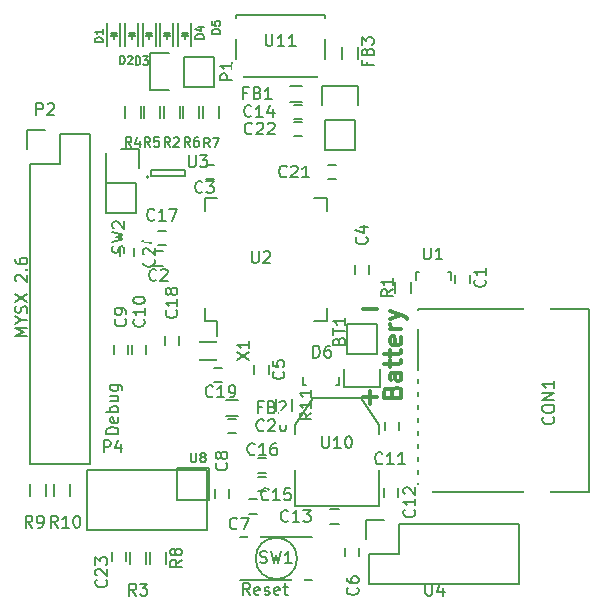
<source format=gbr>
G04 #@! TF.FileFunction,Legend,Top*
%FSLAX46Y46*%
G04 Gerber Fmt 4.6, Leading zero omitted, Abs format (unit mm)*
G04 Created by KiCad (PCBNEW no-vcs-found-undefined) date Wed Nov 23 20:44:12 2016*
%MOMM*%
%LPD*%
G01*
G04 APERTURE LIST*
%ADD10C,0.100000*%
%ADD11C,0.300000*%
%ADD12C,0.150000*%
%ADD13C,0.160000*%
%ADD14R,0.750000X1.200000*%
%ADD15R,0.300000X1.500000*%
%ADD16R,1.500000X0.300000*%
%ADD17R,0.650000X1.060000*%
%ADD18R,1.200000X0.750000*%
%ADD19R,0.900000X1.200000*%
%ADD20R,1.500000X1.400000*%
%ADD21R,1.000000X1.150000*%
%ADD22R,2.032000X2.032000*%
%ADD23O,2.032000X2.032000*%
%ADD24R,0.797560X0.797560*%
%ADD25R,1.200000X0.900000*%
%ADD26R,0.800100X0.800100*%
%ADD27R,3.657600X2.032000*%
%ADD28R,1.016000X2.032000*%
%ADD29R,0.740000X2.400000*%
%ADD30R,1.500000X1.800000*%
%ADD31R,0.400000X1.700000*%
%ADD32C,0.400000*%
%ADD33O,1.050000X1.850000*%
%ADD34C,0.650000*%
%ADD35R,1.727200X1.727200*%
%ADD36O,1.727200X1.727200*%
%ADD37R,1.600000X0.700000*%
%ADD38C,1.000000*%
%ADD39R,2.200000X1.200000*%
%ADD40R,1.400000X1.200000*%
%ADD41R,1.400000X1.600000*%
G04 APERTURE END LIST*
D10*
D11*
X148831371Y-95992142D02*
X149974228Y-95992142D01*
X149402800Y-96563571D02*
X149402800Y-95420714D01*
X148831371Y-88524542D02*
X149974228Y-88524542D01*
X151302257Y-95537742D02*
X151373685Y-95323457D01*
X151445114Y-95252028D01*
X151587971Y-95180600D01*
X151802257Y-95180600D01*
X151945114Y-95252028D01*
X152016542Y-95323457D01*
X152087971Y-95466314D01*
X152087971Y-96037742D01*
X150587971Y-96037742D01*
X150587971Y-95537742D01*
X150659400Y-95394885D01*
X150730828Y-95323457D01*
X150873685Y-95252028D01*
X151016542Y-95252028D01*
X151159400Y-95323457D01*
X151230828Y-95394885D01*
X151302257Y-95537742D01*
X151302257Y-96037742D01*
X152087971Y-93894885D02*
X151302257Y-93894885D01*
X151159400Y-93966314D01*
X151087971Y-94109171D01*
X151087971Y-94394885D01*
X151159400Y-94537742D01*
X152016542Y-93894885D02*
X152087971Y-94037742D01*
X152087971Y-94394885D01*
X152016542Y-94537742D01*
X151873685Y-94609171D01*
X151730828Y-94609171D01*
X151587971Y-94537742D01*
X151516542Y-94394885D01*
X151516542Y-94037742D01*
X151445114Y-93894885D01*
X151087971Y-93394885D02*
X151087971Y-92823457D01*
X150587971Y-93180600D02*
X151873685Y-93180600D01*
X152016542Y-93109171D01*
X152087971Y-92966314D01*
X152087971Y-92823457D01*
X151087971Y-92537742D02*
X151087971Y-91966314D01*
X150587971Y-92323457D02*
X151873685Y-92323457D01*
X152016542Y-92252028D01*
X152087971Y-92109171D01*
X152087971Y-91966314D01*
X152016542Y-90894885D02*
X152087971Y-91037742D01*
X152087971Y-91323457D01*
X152016542Y-91466314D01*
X151873685Y-91537742D01*
X151302257Y-91537742D01*
X151159400Y-91466314D01*
X151087971Y-91323457D01*
X151087971Y-91037742D01*
X151159400Y-90894885D01*
X151302257Y-90823457D01*
X151445114Y-90823457D01*
X151587971Y-91537742D01*
X152087971Y-90180600D02*
X151087971Y-90180600D01*
X151373685Y-90180600D02*
X151230828Y-90109171D01*
X151159400Y-90037742D01*
X151087971Y-89894885D01*
X151087971Y-89752028D01*
X151087971Y-89394885D02*
X152087971Y-89037742D01*
X151087971Y-88680600D02*
X152087971Y-89037742D01*
X152445114Y-89180600D01*
X152516542Y-89252028D01*
X152587971Y-89394885D01*
D12*
X129428800Y-83302400D02*
X129428800Y-84002400D01*
X128228800Y-84002400D02*
X128228800Y-83302400D01*
X135414000Y-89503000D02*
X136464000Y-89503000D01*
X135414000Y-79153000D02*
X136464000Y-79153000D01*
X145764000Y-79153000D02*
X144714000Y-79153000D01*
X145764000Y-89503000D02*
X144714000Y-89503000D01*
X135414000Y-89503000D02*
X135414000Y-88453000D01*
X145764000Y-89503000D02*
X145764000Y-88453000D01*
X145764000Y-79153000D02*
X145764000Y-80203000D01*
X135414000Y-79153000D02*
X135414000Y-80203000D01*
X136464000Y-89503000D02*
X136464000Y-90778000D01*
X130698400Y-77320600D02*
G75*
G03X130698400Y-77320600I-100000J0D01*
G01*
X130848400Y-76770600D02*
X130848400Y-77270600D01*
X133748400Y-76770600D02*
X130848400Y-76770600D01*
X133748400Y-77270600D02*
X133748400Y-76770600D01*
X130848400Y-77270600D02*
X133748400Y-77270600D01*
X142972000Y-72679000D02*
X143672000Y-72679000D01*
X143672000Y-73879000D02*
X142972000Y-73879000D01*
X120610000Y-104327400D02*
X120610000Y-103327400D01*
X121960000Y-103327400D02*
X121960000Y-104327400D01*
X122692800Y-104327400D02*
X122692800Y-103327400D01*
X124042800Y-103327400D02*
X124042800Y-104327400D01*
X143242514Y-109626400D02*
G75*
G03X143242514Y-109626400I-1750714J0D01*
G01*
X144541800Y-111476400D02*
X138441800Y-111476400D01*
X144541800Y-107776400D02*
X138441800Y-107776400D01*
X147472400Y-92278200D02*
X147472400Y-89738200D01*
X147192400Y-95098200D02*
X147192400Y-93548200D01*
X147472400Y-92278200D02*
X150012400Y-92278200D01*
X150292400Y-93548200D02*
X150292400Y-95098200D01*
X150292400Y-95098200D02*
X147192400Y-95098200D01*
X150012400Y-92278200D02*
X150012400Y-89738200D01*
X150012400Y-89738200D02*
X147472400Y-89738200D01*
X128685200Y-64305000D02*
X128685200Y-66205000D01*
X129785200Y-64305000D02*
X129785200Y-66205000D01*
X129235200Y-65205000D02*
X129235200Y-65655000D01*
X129485200Y-65155000D02*
X128985200Y-65155000D01*
X129235200Y-65155000D02*
X129485200Y-65405000D01*
X129485200Y-65405000D02*
X128985200Y-65405000D01*
X128985200Y-65405000D02*
X129235200Y-65155000D01*
X133193700Y-64305000D02*
X133193700Y-66205000D01*
X134293700Y-64305000D02*
X134293700Y-66205000D01*
X133743700Y-65205000D02*
X133743700Y-65655000D01*
X133993700Y-65155000D02*
X133493700Y-65155000D01*
X133743700Y-65155000D02*
X133993700Y-65405000D01*
X133993700Y-65405000D02*
X133493700Y-65405000D01*
X133493700Y-65405000D02*
X133743700Y-65155000D01*
X130312800Y-72348800D02*
X130312800Y-71348800D01*
X131662800Y-71348800D02*
X131662800Y-72348800D01*
X137244200Y-96185360D02*
X138244200Y-96185360D01*
X138244200Y-97535360D02*
X137244200Y-97535360D01*
X146775960Y-106680560D02*
X146075960Y-106680560D01*
X146075960Y-105480560D02*
X146775960Y-105480560D01*
X156086760Y-85354160D02*
X156038500Y-85354160D01*
X153287780Y-86055200D02*
X153287780Y-85354160D01*
X153287780Y-85354160D02*
X153536700Y-85354160D01*
X156086760Y-85354160D02*
X156287420Y-85354160D01*
X156287420Y-85354160D02*
X156287420Y-86055200D01*
X143052800Y-102108000D02*
X143052800Y-105156000D01*
X143052800Y-105156000D02*
X150164800Y-105156000D01*
X150164800Y-105156000D02*
X150164800Y-102108000D01*
X143052800Y-99060000D02*
X143052800Y-98298000D01*
X143052800Y-98298000D02*
X144576800Y-96012000D01*
X144576800Y-96012000D02*
X148640800Y-96012000D01*
X148640800Y-96012000D02*
X150164800Y-98298000D01*
X150164800Y-98298000D02*
X150164800Y-99060000D01*
X127720800Y-92282800D02*
X127720800Y-91582800D01*
X128920800Y-91582800D02*
X128920800Y-92282800D01*
X127186600Y-64305000D02*
X127186600Y-66205000D01*
X128286600Y-64305000D02*
X128286600Y-66205000D01*
X127736600Y-65205000D02*
X127736600Y-65655000D01*
X127986600Y-65155000D02*
X127486600Y-65155000D01*
X127736600Y-65155000D02*
X127986600Y-65405000D01*
X127986600Y-65405000D02*
X127486600Y-65405000D01*
X127486600Y-65405000D02*
X127736600Y-65155000D01*
X156651400Y-86303600D02*
X156651400Y-85603600D01*
X157851400Y-85603600D02*
X157851400Y-86303600D01*
X131861000Y-84839100D02*
X131161000Y-84839100D01*
X131161000Y-83639100D02*
X131861000Y-83639100D01*
X136255200Y-77511200D02*
X135555200Y-77511200D01*
X135555200Y-76311200D02*
X136255200Y-76311200D01*
X148117000Y-85506000D02*
X148117000Y-84806000D01*
X149317000Y-84806000D02*
X149317000Y-85506000D01*
X140833400Y-93284600D02*
X140833400Y-93984600D01*
X139633400Y-93984600D02*
X139633400Y-93284600D01*
X147329600Y-109432800D02*
X147329600Y-108732800D01*
X148529600Y-108732800D02*
X148529600Y-109432800D01*
X136306000Y-104490000D02*
X136306000Y-103790000D01*
X137506000Y-103790000D02*
X137506000Y-104490000D01*
X150682400Y-98785200D02*
X150682400Y-98085200D01*
X151882400Y-98085200D02*
X151882400Y-98785200D01*
X150580800Y-104388400D02*
X150580800Y-103688400D01*
X151780800Y-103688400D02*
X151780800Y-104388400D01*
X143667000Y-72418500D02*
X142967000Y-72418500D01*
X142967000Y-71218500D02*
X143667000Y-71218500D01*
X140603720Y-102362560D02*
X139903720Y-102362560D01*
X139903720Y-101162560D02*
X140603720Y-101162560D01*
X142692500Y-69619500D02*
X143692500Y-69619500D01*
X143692500Y-70969500D02*
X142692500Y-70969500D01*
X152922600Y-86190200D02*
X152922600Y-87190200D01*
X151572600Y-87190200D02*
X151572600Y-86190200D01*
X128661800Y-72348800D02*
X128661800Y-71348800D01*
X130011800Y-71348800D02*
X130011800Y-72348800D01*
X131450600Y-81873800D02*
X132150600Y-81873800D01*
X132150600Y-83073800D02*
X131450600Y-83073800D01*
X140603720Y-103906880D02*
X139903720Y-103906880D01*
X139903720Y-102706880D02*
X140603720Y-102706880D01*
X132038800Y-91536000D02*
X132038800Y-90836000D01*
X133238800Y-90836000D02*
X133238800Y-91536000D01*
X136200400Y-93507000D02*
X136900400Y-93507000D01*
X136900400Y-94707000D02*
X136200400Y-94707000D01*
X138078960Y-99030080D02*
X137378960Y-99030080D01*
X137378960Y-97830080D02*
X138078960Y-97830080D01*
X130183800Y-64305000D02*
X130183800Y-66205000D01*
X131283800Y-64305000D02*
X131283800Y-66205000D01*
X130733800Y-65205000D02*
X130733800Y-65655000D01*
X130983800Y-65155000D02*
X130483800Y-65155000D01*
X130733800Y-65155000D02*
X130983800Y-65405000D01*
X130983800Y-65405000D02*
X130483800Y-65405000D01*
X130483800Y-65405000D02*
X130733800Y-65155000D01*
X131963800Y-72348800D02*
X131963800Y-71348800D01*
X133313800Y-71348800D02*
X133313800Y-72348800D01*
X145852400Y-76311200D02*
X146552400Y-76311200D01*
X146552400Y-77511200D02*
X145852400Y-77511200D01*
X128743000Y-109124000D02*
X128743000Y-109824000D01*
X127543000Y-109824000D02*
X127543000Y-109124000D01*
X130469000Y-109101000D02*
X130469000Y-110101000D01*
X129119000Y-110101000D02*
X129119000Y-109101000D01*
X130770000Y-110101000D02*
X130770000Y-109101000D01*
X132120000Y-109101000D02*
X132120000Y-110101000D01*
X131682400Y-64305000D02*
X131682400Y-66205000D01*
X132782400Y-64305000D02*
X132782400Y-66205000D01*
X132232400Y-65205000D02*
X132232400Y-65655000D01*
X132482400Y-65155000D02*
X131982400Y-65155000D01*
X132232400Y-65155000D02*
X132482400Y-65405000D01*
X132482400Y-65405000D02*
X131982400Y-65405000D01*
X131982400Y-65405000D02*
X132232400Y-65155000D01*
X133614800Y-72348800D02*
X133614800Y-71348800D01*
X134964800Y-71348800D02*
X134964800Y-72348800D01*
X148401400Y-66302000D02*
X148401400Y-67302000D01*
X147051400Y-67302000D02*
X147051400Y-66302000D01*
X136473500Y-92812300D02*
X134973500Y-92812300D01*
X136473500Y-91312300D02*
X134973500Y-91312300D01*
X145652600Y-63645400D02*
X145652600Y-68895400D01*
X145652600Y-68895400D02*
X138052600Y-68895400D01*
X138052600Y-68895400D02*
X138052600Y-63645400D01*
X145652600Y-63645400D02*
X138052600Y-63645400D01*
X143988840Y-94952820D02*
X144037100Y-94952820D01*
X146787820Y-94251780D02*
X146787820Y-94952820D01*
X146787820Y-94952820D02*
X146538900Y-94952820D01*
X143988840Y-94952820D02*
X143788180Y-94952820D01*
X143788180Y-94952820D02*
X143788180Y-94251780D01*
X135316600Y-72348800D02*
X135316600Y-71348800D01*
X136666600Y-71348800D02*
X136666600Y-72348800D01*
X128346200Y-74980200D02*
X129896200Y-74980200D01*
X129896200Y-76530200D02*
X129896200Y-74980200D01*
X127076200Y-75260200D02*
X127076200Y-77800200D01*
X129616200Y-80340200D02*
X129616200Y-77800200D01*
X129616200Y-77800200D02*
X127076200Y-77800200D01*
X127076200Y-77800200D02*
X127076200Y-80340200D01*
X127076200Y-80340200D02*
X129616200Y-80340200D01*
X148158200Y-72466200D02*
X148158200Y-75006200D01*
X148438200Y-69646200D02*
X148438200Y-71196200D01*
X148158200Y-72466200D02*
X145618200Y-72466200D01*
X145338200Y-71196200D02*
X145338200Y-69646200D01*
X145338200Y-69646200D02*
X148438200Y-69646200D01*
X145618200Y-72466200D02*
X145618200Y-75006200D01*
X145618200Y-75006200D02*
X148158200Y-75006200D01*
X153482400Y-104016000D02*
X167982400Y-104016000D01*
X167982400Y-104016000D02*
X167982400Y-88516000D01*
X153482400Y-88516000D02*
X167982400Y-88516000D01*
X153482400Y-104016000D02*
X153482400Y-88516000D01*
X133654800Y-67132200D02*
X136194800Y-67132200D01*
X130834800Y-66852200D02*
X132384800Y-66852200D01*
X133654800Y-67132200D02*
X133654800Y-69672200D01*
X132384800Y-69952200D02*
X130834800Y-69952200D01*
X130834800Y-69952200D02*
X130834800Y-66852200D01*
X133654800Y-69672200D02*
X136194800Y-69672200D01*
X136194800Y-69672200D02*
X136194800Y-67132200D01*
X151892000Y-106680000D02*
X162052000Y-106680000D01*
X162052000Y-106680000D02*
X162052000Y-111760000D01*
X162052000Y-111760000D02*
X149352000Y-111760000D01*
X149352000Y-111760000D02*
X149352000Y-109220000D01*
X150622000Y-106400000D02*
X149072000Y-106400000D01*
X149352000Y-109220000D02*
X151892000Y-109220000D01*
X151892000Y-109220000D02*
X151892000Y-106680000D01*
X149072000Y-106400000D02*
X149072000Y-107950000D01*
X133096000Y-101981000D02*
X135763000Y-101981000D01*
X135763000Y-101981000D02*
X135763000Y-104648000D01*
X128016000Y-102108000D02*
X125476000Y-102108000D01*
X125476000Y-102108000D02*
X125476000Y-104648000D01*
X133096000Y-102108000D02*
X133096000Y-104648000D01*
X133096000Y-104648000D02*
X135636000Y-104648000D01*
X128016000Y-102108000D02*
X135636000Y-102108000D01*
X135636000Y-102108000D02*
X135636000Y-107188000D01*
X135636000Y-107188000D02*
X125476000Y-107188000D01*
X125476000Y-107188000D02*
X125476000Y-104648000D01*
X139172200Y-104632200D02*
X139872200Y-104632200D01*
X139872200Y-105832200D02*
X139172200Y-105832200D01*
X129295600Y-92285300D02*
X129295600Y-91585300D01*
X130495600Y-91585300D02*
X130495600Y-92285300D01*
X141438000Y-97139200D02*
X141438000Y-96139200D01*
X142788000Y-96139200D02*
X142788000Y-97139200D01*
X120650000Y-76200000D02*
X120650000Y-101600000D01*
X120650000Y-101600000D02*
X125730000Y-101600000D01*
X125730000Y-101600000D02*
X125730000Y-73660000D01*
X125730000Y-73660000D02*
X123190000Y-73660000D01*
X121920000Y-73380000D02*
X120370000Y-73380000D01*
X123190000Y-73660000D02*
X123190000Y-76200000D01*
X123190000Y-76200000D02*
X120650000Y-76200000D01*
X120370000Y-73380000D02*
X120370000Y-74930000D01*
X131085942Y-84295257D02*
X131133561Y-84342876D01*
X131181180Y-84485733D01*
X131181180Y-84580971D01*
X131133561Y-84723828D01*
X131038323Y-84819066D01*
X130943085Y-84866685D01*
X130752609Y-84914304D01*
X130609752Y-84914304D01*
X130419276Y-84866685D01*
X130324038Y-84819066D01*
X130228800Y-84723828D01*
X130181180Y-84580971D01*
X130181180Y-84485733D01*
X130228800Y-84342876D01*
X130276419Y-84295257D01*
X130276419Y-83914304D02*
X130228800Y-83866685D01*
X130181180Y-83771447D01*
X130181180Y-83533352D01*
X130228800Y-83438114D01*
X130276419Y-83390495D01*
X130371657Y-83342876D01*
X130466895Y-83342876D01*
X130609752Y-83390495D01*
X131181180Y-83961923D01*
X131181180Y-83342876D01*
X130514514Y-82485733D02*
X131181180Y-82485733D01*
X130133561Y-82723828D02*
X130847847Y-82961923D01*
X130847847Y-82342876D01*
X139425775Y-83612740D02*
X139425775Y-84422264D01*
X139473394Y-84517502D01*
X139521013Y-84565121D01*
X139616251Y-84612740D01*
X139806727Y-84612740D01*
X139901965Y-84565121D01*
X139949584Y-84517502D01*
X139997203Y-84422264D01*
X139997203Y-83612740D01*
X140425775Y-83707979D02*
X140473394Y-83660360D01*
X140568632Y-83612740D01*
X140806727Y-83612740D01*
X140901965Y-83660360D01*
X140949584Y-83707979D01*
X140997203Y-83803217D01*
X140997203Y-83898455D01*
X140949584Y-84041312D01*
X140378156Y-84612740D01*
X140997203Y-84612740D01*
X134086695Y-75499980D02*
X134086695Y-76309504D01*
X134134314Y-76404742D01*
X134181933Y-76452361D01*
X134277171Y-76499980D01*
X134467647Y-76499980D01*
X134562885Y-76452361D01*
X134610504Y-76404742D01*
X134658123Y-76309504D01*
X134658123Y-75499980D01*
X135039076Y-75499980D02*
X135658123Y-75499980D01*
X135324790Y-75880933D01*
X135467647Y-75880933D01*
X135562885Y-75928552D01*
X135610504Y-75976171D01*
X135658123Y-76071409D01*
X135658123Y-76309504D01*
X135610504Y-76404742D01*
X135562885Y-76452361D01*
X135467647Y-76499980D01*
X135181933Y-76499980D01*
X135086695Y-76452361D01*
X135039076Y-76404742D01*
X139438142Y-73636142D02*
X139390523Y-73683761D01*
X139247666Y-73731380D01*
X139152428Y-73731380D01*
X139009571Y-73683761D01*
X138914333Y-73588523D01*
X138866714Y-73493285D01*
X138819095Y-73302809D01*
X138819095Y-73159952D01*
X138866714Y-72969476D01*
X138914333Y-72874238D01*
X139009571Y-72779000D01*
X139152428Y-72731380D01*
X139247666Y-72731380D01*
X139390523Y-72779000D01*
X139438142Y-72826619D01*
X139819095Y-72826619D02*
X139866714Y-72779000D01*
X139961952Y-72731380D01*
X140200047Y-72731380D01*
X140295285Y-72779000D01*
X140342904Y-72826619D01*
X140390523Y-72921857D01*
X140390523Y-73017095D01*
X140342904Y-73159952D01*
X139771476Y-73731380D01*
X140390523Y-73731380D01*
X140771476Y-72826619D02*
X140819095Y-72779000D01*
X140914333Y-72731380D01*
X141152428Y-72731380D01*
X141247666Y-72779000D01*
X141295285Y-72826619D01*
X141342904Y-72921857D01*
X141342904Y-73017095D01*
X141295285Y-73159952D01*
X140723857Y-73731380D01*
X141342904Y-73731380D01*
X120838933Y-107022980D02*
X120505600Y-106546790D01*
X120267504Y-107022980D02*
X120267504Y-106022980D01*
X120648457Y-106022980D01*
X120743695Y-106070600D01*
X120791314Y-106118219D01*
X120838933Y-106213457D01*
X120838933Y-106356314D01*
X120791314Y-106451552D01*
X120743695Y-106499171D01*
X120648457Y-106546790D01*
X120267504Y-106546790D01*
X121315123Y-107022980D02*
X121505600Y-107022980D01*
X121600838Y-106975361D01*
X121648457Y-106927742D01*
X121743695Y-106784885D01*
X121791314Y-106594409D01*
X121791314Y-106213457D01*
X121743695Y-106118219D01*
X121696076Y-106070600D01*
X121600838Y-106022980D01*
X121410361Y-106022980D01*
X121315123Y-106070600D01*
X121267504Y-106118219D01*
X121219885Y-106213457D01*
X121219885Y-106451552D01*
X121267504Y-106546790D01*
X121315123Y-106594409D01*
X121410361Y-106642028D01*
X121600838Y-106642028D01*
X121696076Y-106594409D01*
X121743695Y-106546790D01*
X121791314Y-106451552D01*
X122978942Y-107022980D02*
X122645609Y-106546790D01*
X122407514Y-107022980D02*
X122407514Y-106022980D01*
X122788466Y-106022980D01*
X122883704Y-106070600D01*
X122931323Y-106118219D01*
X122978942Y-106213457D01*
X122978942Y-106356314D01*
X122931323Y-106451552D01*
X122883704Y-106499171D01*
X122788466Y-106546790D01*
X122407514Y-106546790D01*
X123931323Y-107022980D02*
X123359895Y-107022980D01*
X123645609Y-107022980D02*
X123645609Y-106022980D01*
X123550371Y-106165838D01*
X123455133Y-106261076D01*
X123359895Y-106308695D01*
X124550371Y-106022980D02*
X124645609Y-106022980D01*
X124740847Y-106070600D01*
X124788466Y-106118219D01*
X124836085Y-106213457D01*
X124883704Y-106403933D01*
X124883704Y-106642028D01*
X124836085Y-106832504D01*
X124788466Y-106927742D01*
X124740847Y-106975361D01*
X124645609Y-107022980D01*
X124550371Y-107022980D01*
X124455133Y-106975361D01*
X124407514Y-106927742D01*
X124359895Y-106832504D01*
X124312276Y-106642028D01*
X124312276Y-106403933D01*
X124359895Y-106213457D01*
X124407514Y-106118219D01*
X124455133Y-106070600D01*
X124550371Y-106022980D01*
X140127986Y-109970201D02*
X140270843Y-110017820D01*
X140508939Y-110017820D01*
X140604177Y-109970201D01*
X140651796Y-109922582D01*
X140699415Y-109827344D01*
X140699415Y-109732106D01*
X140651796Y-109636868D01*
X140604177Y-109589249D01*
X140508939Y-109541630D01*
X140318462Y-109494011D01*
X140223224Y-109446392D01*
X140175605Y-109398773D01*
X140127986Y-109303535D01*
X140127986Y-109208297D01*
X140175605Y-109113059D01*
X140223224Y-109065440D01*
X140318462Y-109017820D01*
X140556558Y-109017820D01*
X140699415Y-109065440D01*
X141032748Y-109017820D02*
X141270843Y-110017820D01*
X141461320Y-109303535D01*
X141651796Y-110017820D01*
X141889891Y-109017820D01*
X142794653Y-110017820D02*
X142223224Y-110017820D01*
X142508939Y-110017820D02*
X142508939Y-109017820D01*
X142413700Y-109160678D01*
X142318462Y-109255916D01*
X142223224Y-109303535D01*
X139258024Y-112725460D02*
X138924691Y-112249270D01*
X138686596Y-112725460D02*
X138686596Y-111725460D01*
X139067548Y-111725460D01*
X139162786Y-111773080D01*
X139210405Y-111820699D01*
X139258024Y-111915937D01*
X139258024Y-112058794D01*
X139210405Y-112154032D01*
X139162786Y-112201651D01*
X139067548Y-112249270D01*
X138686596Y-112249270D01*
X140067548Y-112677841D02*
X139972310Y-112725460D01*
X139781834Y-112725460D01*
X139686596Y-112677841D01*
X139638977Y-112582603D01*
X139638977Y-112201651D01*
X139686596Y-112106413D01*
X139781834Y-112058794D01*
X139972310Y-112058794D01*
X140067548Y-112106413D01*
X140115167Y-112201651D01*
X140115167Y-112296889D01*
X139638977Y-112392127D01*
X140496120Y-112677841D02*
X140591358Y-112725460D01*
X140781834Y-112725460D01*
X140877072Y-112677841D01*
X140924691Y-112582603D01*
X140924691Y-112534984D01*
X140877072Y-112439746D01*
X140781834Y-112392127D01*
X140638977Y-112392127D01*
X140543739Y-112344508D01*
X140496120Y-112249270D01*
X140496120Y-112201651D01*
X140543739Y-112106413D01*
X140638977Y-112058794D01*
X140781834Y-112058794D01*
X140877072Y-112106413D01*
X141734215Y-112677841D02*
X141638977Y-112725460D01*
X141448500Y-112725460D01*
X141353262Y-112677841D01*
X141305643Y-112582603D01*
X141305643Y-112201651D01*
X141353262Y-112106413D01*
X141448500Y-112058794D01*
X141638977Y-112058794D01*
X141734215Y-112106413D01*
X141781834Y-112201651D01*
X141781834Y-112296889D01*
X141305643Y-112392127D01*
X142067548Y-112058794D02*
X142448500Y-112058794D01*
X142210405Y-111725460D02*
X142210405Y-112582603D01*
X142258024Y-112677841D01*
X142353262Y-112725460D01*
X142448500Y-112725460D01*
X146804071Y-91209714D02*
X146851690Y-91066857D01*
X146899309Y-91019238D01*
X146994547Y-90971619D01*
X147137404Y-90971619D01*
X147232642Y-91019238D01*
X147280261Y-91066857D01*
X147327880Y-91162095D01*
X147327880Y-91543047D01*
X146327880Y-91543047D01*
X146327880Y-91209714D01*
X146375500Y-91114476D01*
X146423119Y-91066857D01*
X146518357Y-91019238D01*
X146613595Y-91019238D01*
X146708833Y-91066857D01*
X146756452Y-91114476D01*
X146804071Y-91209714D01*
X146804071Y-91543047D01*
X146327880Y-90685904D02*
X146327880Y-90114476D01*
X147327880Y-90400190D02*
X146327880Y-90400190D01*
X147327880Y-89257333D02*
X147327880Y-89828761D01*
X147327880Y-89543047D02*
X146327880Y-89543047D01*
X146470738Y-89638285D01*
X146565976Y-89733523D01*
X146613595Y-89828761D01*
X128261333Y-67779066D02*
X128261333Y-67079066D01*
X128428000Y-67079066D01*
X128528000Y-67112400D01*
X128594666Y-67179066D01*
X128628000Y-67245733D01*
X128661333Y-67379066D01*
X128661333Y-67479066D01*
X128628000Y-67612400D01*
X128594666Y-67679066D01*
X128528000Y-67745733D01*
X128428000Y-67779066D01*
X128261333Y-67779066D01*
X128928000Y-67145733D02*
X128961333Y-67112400D01*
X129028000Y-67079066D01*
X129194666Y-67079066D01*
X129261333Y-67112400D01*
X129294666Y-67145733D01*
X129328000Y-67212400D01*
X129328000Y-67279066D01*
X129294666Y-67379066D01*
X128894666Y-67779066D01*
X129328000Y-67779066D01*
X136740066Y-65185066D02*
X136040066Y-65185066D01*
X136040066Y-65018400D01*
X136073400Y-64918400D01*
X136140066Y-64851733D01*
X136206733Y-64818400D01*
X136340066Y-64785066D01*
X136440066Y-64785066D01*
X136573400Y-64818400D01*
X136640066Y-64851733D01*
X136706733Y-64918400D01*
X136740066Y-65018400D01*
X136740066Y-65185066D01*
X136040066Y-64151733D02*
X136040066Y-64485066D01*
X136373400Y-64518400D01*
X136340066Y-64485066D01*
X136306733Y-64418400D01*
X136306733Y-64251733D01*
X136340066Y-64185066D01*
X136373400Y-64151733D01*
X136440066Y-64118400D01*
X136606733Y-64118400D01*
X136673400Y-64151733D01*
X136706733Y-64185066D01*
X136740066Y-64251733D01*
X136740066Y-64418400D01*
X136706733Y-64485066D01*
X136673400Y-64518400D01*
X130829066Y-74783904D02*
X130562400Y-74402952D01*
X130371923Y-74783904D02*
X130371923Y-73983904D01*
X130676685Y-73983904D01*
X130752876Y-74022000D01*
X130790971Y-74060095D01*
X130829066Y-74136285D01*
X130829066Y-74250571D01*
X130790971Y-74326761D01*
X130752876Y-74364857D01*
X130676685Y-74402952D01*
X130371923Y-74402952D01*
X131552876Y-73983904D02*
X131171923Y-73983904D01*
X131133828Y-74364857D01*
X131171923Y-74326761D01*
X131248114Y-74288666D01*
X131438590Y-74288666D01*
X131514780Y-74326761D01*
X131552876Y-74364857D01*
X131590971Y-74441047D01*
X131590971Y-74631523D01*
X131552876Y-74707714D01*
X131514780Y-74745809D01*
X131438590Y-74783904D01*
X131248114Y-74783904D01*
X131171923Y-74745809D01*
X131133828Y-74707714D01*
X140268746Y-96799091D02*
X139935413Y-96799091D01*
X139935413Y-97322900D02*
X139935413Y-96322900D01*
X140411603Y-96322900D01*
X141125889Y-96799091D02*
X141268746Y-96846710D01*
X141316365Y-96894329D01*
X141363984Y-96989567D01*
X141363984Y-97132424D01*
X141316365Y-97227662D01*
X141268746Y-97275281D01*
X141173508Y-97322900D01*
X140792556Y-97322900D01*
X140792556Y-96322900D01*
X141125889Y-96322900D01*
X141221127Y-96370520D01*
X141268746Y-96418139D01*
X141316365Y-96513377D01*
X141316365Y-96608615D01*
X141268746Y-96703853D01*
X141221127Y-96751472D01*
X141125889Y-96799091D01*
X140792556Y-96799091D01*
X141744937Y-96418139D02*
X141792556Y-96370520D01*
X141887794Y-96322900D01*
X142125889Y-96322900D01*
X142221127Y-96370520D01*
X142268746Y-96418139D01*
X142316365Y-96513377D01*
X142316365Y-96608615D01*
X142268746Y-96751472D01*
X141697318Y-97322900D01*
X142316365Y-97322900D01*
X142486142Y-106427542D02*
X142438523Y-106475161D01*
X142295666Y-106522780D01*
X142200428Y-106522780D01*
X142057571Y-106475161D01*
X141962333Y-106379923D01*
X141914714Y-106284685D01*
X141867095Y-106094209D01*
X141867095Y-105951352D01*
X141914714Y-105760876D01*
X141962333Y-105665638D01*
X142057571Y-105570400D01*
X142200428Y-105522780D01*
X142295666Y-105522780D01*
X142438523Y-105570400D01*
X142486142Y-105618019D01*
X143438523Y-106522780D02*
X142867095Y-106522780D01*
X143152809Y-106522780D02*
X143152809Y-105522780D01*
X143057571Y-105665638D01*
X142962333Y-105760876D01*
X142867095Y-105808495D01*
X143771857Y-105522780D02*
X144390904Y-105522780D01*
X144057571Y-105903733D01*
X144200428Y-105903733D01*
X144295666Y-105951352D01*
X144343285Y-105998971D01*
X144390904Y-106094209D01*
X144390904Y-106332304D01*
X144343285Y-106427542D01*
X144295666Y-106475161D01*
X144200428Y-106522780D01*
X143914714Y-106522780D01*
X143819476Y-106475161D01*
X143771857Y-106427542D01*
X153985055Y-83302860D02*
X153985055Y-84112384D01*
X154032674Y-84207622D01*
X154080293Y-84255241D01*
X154175531Y-84302860D01*
X154366007Y-84302860D01*
X154461245Y-84255241D01*
X154508864Y-84207622D01*
X154556483Y-84112384D01*
X154556483Y-83302860D01*
X155556483Y-84302860D02*
X154985055Y-84302860D01*
X155270769Y-84302860D02*
X155270769Y-83302860D01*
X155175531Y-83445718D01*
X155080293Y-83540956D01*
X154985055Y-83588575D01*
X145370704Y-99274380D02*
X145370704Y-100083904D01*
X145418323Y-100179142D01*
X145465942Y-100226761D01*
X145561180Y-100274380D01*
X145751657Y-100274380D01*
X145846895Y-100226761D01*
X145894514Y-100179142D01*
X145942133Y-100083904D01*
X145942133Y-99274380D01*
X146942133Y-100274380D02*
X146370704Y-100274380D01*
X146656419Y-100274380D02*
X146656419Y-99274380D01*
X146561180Y-99417238D01*
X146465942Y-99512476D01*
X146370704Y-99560095D01*
X147561180Y-99274380D02*
X147656419Y-99274380D01*
X147751657Y-99322000D01*
X147799276Y-99369619D01*
X147846895Y-99464857D01*
X147894514Y-99655333D01*
X147894514Y-99893428D01*
X147846895Y-100083904D01*
X147799276Y-100179142D01*
X147751657Y-100226761D01*
X147656419Y-100274380D01*
X147561180Y-100274380D01*
X147465942Y-100226761D01*
X147418323Y-100179142D01*
X147370704Y-100083904D01*
X147323085Y-99893428D01*
X147323085Y-99655333D01*
X147370704Y-99464857D01*
X147418323Y-99369619D01*
X147465942Y-99322000D01*
X147561180Y-99274380D01*
X128703342Y-89371466D02*
X128750961Y-89419085D01*
X128798580Y-89561942D01*
X128798580Y-89657180D01*
X128750961Y-89800038D01*
X128655723Y-89895276D01*
X128560485Y-89942895D01*
X128370009Y-89990514D01*
X128227152Y-89990514D01*
X128036676Y-89942895D01*
X127941438Y-89895276D01*
X127846200Y-89800038D01*
X127798580Y-89657180D01*
X127798580Y-89561942D01*
X127846200Y-89419085D01*
X127893819Y-89371466D01*
X128798580Y-88895276D02*
X128798580Y-88704800D01*
X128750961Y-88609561D01*
X128703342Y-88561942D01*
X128560485Y-88466704D01*
X128370009Y-88419085D01*
X127989057Y-88419085D01*
X127893819Y-88466704D01*
X127846200Y-88514323D01*
X127798580Y-88609561D01*
X127798580Y-88800038D01*
X127846200Y-88895276D01*
X127893819Y-88942895D01*
X127989057Y-88990514D01*
X128227152Y-88990514D01*
X128322390Y-88942895D01*
X128370009Y-88895276D01*
X128417628Y-88800038D01*
X128417628Y-88609561D01*
X128370009Y-88514323D01*
X128322390Y-88466704D01*
X128227152Y-88419085D01*
X126808666Y-65896266D02*
X126108666Y-65896266D01*
X126108666Y-65729600D01*
X126142000Y-65629600D01*
X126208666Y-65562933D01*
X126275333Y-65529600D01*
X126408666Y-65496266D01*
X126508666Y-65496266D01*
X126642000Y-65529600D01*
X126708666Y-65562933D01*
X126775333Y-65629600D01*
X126808666Y-65729600D01*
X126808666Y-65896266D01*
X126808666Y-64829600D02*
X126808666Y-65229600D01*
X126808666Y-65029600D02*
X126108666Y-65029600D01*
X126208666Y-65096266D01*
X126275333Y-65162933D01*
X126308666Y-65229600D01*
X159137622Y-86023746D02*
X159185241Y-86071365D01*
X159232860Y-86214222D01*
X159232860Y-86309460D01*
X159185241Y-86452318D01*
X159090003Y-86547556D01*
X158994765Y-86595175D01*
X158804289Y-86642794D01*
X158661432Y-86642794D01*
X158470956Y-86595175D01*
X158375718Y-86547556D01*
X158280480Y-86452318D01*
X158232860Y-86309460D01*
X158232860Y-86214222D01*
X158280480Y-86071365D01*
X158328099Y-86023746D01*
X159232860Y-85071365D02*
X159232860Y-85642794D01*
X159232860Y-85357080D02*
X158232860Y-85357080D01*
X158375718Y-85452318D01*
X158470956Y-85547556D01*
X158518575Y-85642794D01*
X131329133Y-86031342D02*
X131281514Y-86078961D01*
X131138657Y-86126580D01*
X131043419Y-86126580D01*
X130900561Y-86078961D01*
X130805323Y-85983723D01*
X130757704Y-85888485D01*
X130710085Y-85698009D01*
X130710085Y-85555152D01*
X130757704Y-85364676D01*
X130805323Y-85269438D01*
X130900561Y-85174200D01*
X131043419Y-85126580D01*
X131138657Y-85126580D01*
X131281514Y-85174200D01*
X131329133Y-85221819D01*
X131710085Y-85221819D02*
X131757704Y-85174200D01*
X131852942Y-85126580D01*
X132091038Y-85126580D01*
X132186276Y-85174200D01*
X132233895Y-85221819D01*
X132281514Y-85317057D01*
X132281514Y-85412295D01*
X132233895Y-85555152D01*
X131662466Y-86126580D01*
X132281514Y-86126580D01*
X135230533Y-78589142D02*
X135182914Y-78636761D01*
X135040057Y-78684380D01*
X134944819Y-78684380D01*
X134801961Y-78636761D01*
X134706723Y-78541523D01*
X134659104Y-78446285D01*
X134611485Y-78255809D01*
X134611485Y-78112952D01*
X134659104Y-77922476D01*
X134706723Y-77827238D01*
X134801961Y-77732000D01*
X134944819Y-77684380D01*
X135040057Y-77684380D01*
X135182914Y-77732000D01*
X135230533Y-77779619D01*
X135563866Y-77684380D02*
X136182914Y-77684380D01*
X135849580Y-78065333D01*
X135992438Y-78065333D01*
X136087676Y-78112952D01*
X136135295Y-78160571D01*
X136182914Y-78255809D01*
X136182914Y-78493904D01*
X136135295Y-78589142D01*
X136087676Y-78636761D01*
X135992438Y-78684380D01*
X135706723Y-78684380D01*
X135611485Y-78636761D01*
X135563866Y-78589142D01*
X149124942Y-82427106D02*
X149172561Y-82474725D01*
X149220180Y-82617582D01*
X149220180Y-82712820D01*
X149172561Y-82855678D01*
X149077323Y-82950916D01*
X148982085Y-82998535D01*
X148791609Y-83046154D01*
X148648752Y-83046154D01*
X148458276Y-82998535D01*
X148363038Y-82950916D01*
X148267800Y-82855678D01*
X148220180Y-82712820D01*
X148220180Y-82617582D01*
X148267800Y-82474725D01*
X148315419Y-82427106D01*
X148553514Y-81569963D02*
X149220180Y-81569963D01*
X148172561Y-81808059D02*
X148886847Y-82046154D01*
X148886847Y-81427106D01*
X142089142Y-93801266D02*
X142136761Y-93848885D01*
X142184380Y-93991742D01*
X142184380Y-94086980D01*
X142136761Y-94229838D01*
X142041523Y-94325076D01*
X141946285Y-94372695D01*
X141755809Y-94420314D01*
X141612952Y-94420314D01*
X141422476Y-94372695D01*
X141327238Y-94325076D01*
X141232000Y-94229838D01*
X141184380Y-94086980D01*
X141184380Y-93991742D01*
X141232000Y-93848885D01*
X141279619Y-93801266D01*
X141184380Y-92896504D02*
X141184380Y-93372695D01*
X141660571Y-93420314D01*
X141612952Y-93372695D01*
X141565333Y-93277457D01*
X141565333Y-93039361D01*
X141612952Y-92944123D01*
X141660571Y-92896504D01*
X141755809Y-92848885D01*
X141993904Y-92848885D01*
X142089142Y-92896504D01*
X142136761Y-92944123D01*
X142184380Y-93039361D01*
X142184380Y-93277457D01*
X142136761Y-93372695D01*
X142089142Y-93420314D01*
X148362942Y-112104466D02*
X148410561Y-112152085D01*
X148458180Y-112294942D01*
X148458180Y-112390180D01*
X148410561Y-112533038D01*
X148315323Y-112628276D01*
X148220085Y-112675895D01*
X148029609Y-112723514D01*
X147886752Y-112723514D01*
X147696276Y-112675895D01*
X147601038Y-112628276D01*
X147505800Y-112533038D01*
X147458180Y-112390180D01*
X147458180Y-112294942D01*
X147505800Y-112152085D01*
X147553419Y-112104466D01*
X147458180Y-111247323D02*
X147458180Y-111437800D01*
X147505800Y-111533038D01*
X147553419Y-111580657D01*
X147696276Y-111675895D01*
X147886752Y-111723514D01*
X148267704Y-111723514D01*
X148362942Y-111675895D01*
X148410561Y-111628276D01*
X148458180Y-111533038D01*
X148458180Y-111342561D01*
X148410561Y-111247323D01*
X148362942Y-111199704D01*
X148267704Y-111152085D01*
X148029609Y-111152085D01*
X147934371Y-111199704D01*
X147886752Y-111247323D01*
X147839133Y-111342561D01*
X147839133Y-111533038D01*
X147886752Y-111628276D01*
X147934371Y-111675895D01*
X148029609Y-111723514D01*
X137263142Y-101563466D02*
X137310761Y-101611085D01*
X137358380Y-101753942D01*
X137358380Y-101849180D01*
X137310761Y-101992038D01*
X137215523Y-102087276D01*
X137120285Y-102134895D01*
X136929809Y-102182514D01*
X136786952Y-102182514D01*
X136596476Y-102134895D01*
X136501238Y-102087276D01*
X136406000Y-101992038D01*
X136358380Y-101849180D01*
X136358380Y-101753942D01*
X136406000Y-101611085D01*
X136453619Y-101563466D01*
X136786952Y-100992038D02*
X136739333Y-101087276D01*
X136691714Y-101134895D01*
X136596476Y-101182514D01*
X136548857Y-101182514D01*
X136453619Y-101134895D01*
X136406000Y-101087276D01*
X136358380Y-100992038D01*
X136358380Y-100801561D01*
X136406000Y-100706323D01*
X136453619Y-100658704D01*
X136548857Y-100611085D01*
X136596476Y-100611085D01*
X136691714Y-100658704D01*
X136739333Y-100706323D01*
X136786952Y-100801561D01*
X136786952Y-100992038D01*
X136834571Y-101087276D01*
X136882190Y-101134895D01*
X136977428Y-101182514D01*
X137167904Y-101182514D01*
X137263142Y-101134895D01*
X137310761Y-101087276D01*
X137358380Y-100992038D01*
X137358380Y-100801561D01*
X137310761Y-100706323D01*
X137263142Y-100658704D01*
X137167904Y-100611085D01*
X136977428Y-100611085D01*
X136882190Y-100658704D01*
X136834571Y-100706323D01*
X136786952Y-100801561D01*
X150476982Y-101555862D02*
X150429363Y-101603481D01*
X150286506Y-101651100D01*
X150191268Y-101651100D01*
X150048411Y-101603481D01*
X149953173Y-101508243D01*
X149905554Y-101413005D01*
X149857935Y-101222529D01*
X149857935Y-101079672D01*
X149905554Y-100889196D01*
X149953173Y-100793958D01*
X150048411Y-100698720D01*
X150191268Y-100651100D01*
X150286506Y-100651100D01*
X150429363Y-100698720D01*
X150476982Y-100746339D01*
X151429363Y-101651100D02*
X150857935Y-101651100D01*
X151143649Y-101651100D02*
X151143649Y-100651100D01*
X151048411Y-100793958D01*
X150953173Y-100889196D01*
X150857935Y-100936815D01*
X152381744Y-101651100D02*
X151810316Y-101651100D01*
X152096030Y-101651100D02*
X152096030Y-100651100D01*
X152000792Y-100793958D01*
X151905554Y-100889196D01*
X151810316Y-100936815D01*
X153163542Y-105509297D02*
X153211161Y-105556916D01*
X153258780Y-105699773D01*
X153258780Y-105795011D01*
X153211161Y-105937868D01*
X153115923Y-106033106D01*
X153020685Y-106080725D01*
X152830209Y-106128344D01*
X152687352Y-106128344D01*
X152496876Y-106080725D01*
X152401638Y-106033106D01*
X152306400Y-105937868D01*
X152258780Y-105795011D01*
X152258780Y-105699773D01*
X152306400Y-105556916D01*
X152354019Y-105509297D01*
X153258780Y-104556916D02*
X153258780Y-105128344D01*
X153258780Y-104842630D02*
X152258780Y-104842630D01*
X152401638Y-104937868D01*
X152496876Y-105033106D01*
X152544495Y-105128344D01*
X152354019Y-104175963D02*
X152306400Y-104128344D01*
X152258780Y-104033106D01*
X152258780Y-103795011D01*
X152306400Y-103699773D01*
X152354019Y-103652154D01*
X152449257Y-103604535D01*
X152544495Y-103604535D01*
X152687352Y-103652154D01*
X153258780Y-104223582D01*
X153258780Y-103604535D01*
X139387342Y-72162942D02*
X139339723Y-72210561D01*
X139196866Y-72258180D01*
X139101628Y-72258180D01*
X138958771Y-72210561D01*
X138863533Y-72115323D01*
X138815914Y-72020085D01*
X138768295Y-71829609D01*
X138768295Y-71686752D01*
X138815914Y-71496276D01*
X138863533Y-71401038D01*
X138958771Y-71305800D01*
X139101628Y-71258180D01*
X139196866Y-71258180D01*
X139339723Y-71305800D01*
X139387342Y-71353419D01*
X140339723Y-72258180D02*
X139768295Y-72258180D01*
X140054009Y-72258180D02*
X140054009Y-71258180D01*
X139958771Y-71401038D01*
X139863533Y-71496276D01*
X139768295Y-71543895D01*
X141196866Y-71591514D02*
X141196866Y-72258180D01*
X140958771Y-71210561D02*
X140720676Y-71924847D01*
X141339723Y-71924847D01*
X139661662Y-100788742D02*
X139614043Y-100836361D01*
X139471186Y-100883980D01*
X139375948Y-100883980D01*
X139233091Y-100836361D01*
X139137853Y-100741123D01*
X139090234Y-100645885D01*
X139042615Y-100455409D01*
X139042615Y-100312552D01*
X139090234Y-100122076D01*
X139137853Y-100026838D01*
X139233091Y-99931600D01*
X139375948Y-99883980D01*
X139471186Y-99883980D01*
X139614043Y-99931600D01*
X139661662Y-99979219D01*
X140614043Y-100883980D02*
X140042615Y-100883980D01*
X140328329Y-100883980D02*
X140328329Y-99883980D01*
X140233091Y-100026838D01*
X140137853Y-100122076D01*
X140042615Y-100169695D01*
X141471186Y-99883980D02*
X141280710Y-99883980D01*
X141185472Y-99931600D01*
X141137853Y-99979219D01*
X141042615Y-100122076D01*
X140994996Y-100312552D01*
X140994996Y-100693504D01*
X141042615Y-100788742D01*
X141090234Y-100836361D01*
X141185472Y-100883980D01*
X141375948Y-100883980D01*
X141471186Y-100836361D01*
X141518805Y-100788742D01*
X141566424Y-100693504D01*
X141566424Y-100455409D01*
X141518805Y-100360171D01*
X141471186Y-100312552D01*
X141375948Y-100264933D01*
X141185472Y-100264933D01*
X141090234Y-100312552D01*
X141042615Y-100360171D01*
X140994996Y-100455409D01*
X139044466Y-70210371D02*
X138711133Y-70210371D01*
X138711133Y-70734180D02*
X138711133Y-69734180D01*
X139187323Y-69734180D01*
X139901609Y-70210371D02*
X140044466Y-70257990D01*
X140092085Y-70305609D01*
X140139704Y-70400847D01*
X140139704Y-70543704D01*
X140092085Y-70638942D01*
X140044466Y-70686561D01*
X139949228Y-70734180D01*
X139568276Y-70734180D01*
X139568276Y-69734180D01*
X139901609Y-69734180D01*
X139996847Y-69781800D01*
X140044466Y-69829419D01*
X140092085Y-69924657D01*
X140092085Y-70019895D01*
X140044466Y-70115133D01*
X139996847Y-70162752D01*
X139901609Y-70210371D01*
X139568276Y-70210371D01*
X141092085Y-70734180D02*
X140520657Y-70734180D01*
X140806371Y-70734180D02*
X140806371Y-69734180D01*
X140711133Y-69877038D01*
X140615895Y-69972276D01*
X140520657Y-70019895D01*
X151353780Y-86856866D02*
X150877590Y-87190200D01*
X151353780Y-87428295D02*
X150353780Y-87428295D01*
X150353780Y-87047342D01*
X150401400Y-86952104D01*
X150449019Y-86904485D01*
X150544257Y-86856866D01*
X150687114Y-86856866D01*
X150782352Y-86904485D01*
X150829971Y-86952104D01*
X150877590Y-87047342D01*
X150877590Y-87428295D01*
X151353780Y-85904485D02*
X151353780Y-86475914D01*
X151353780Y-86190200D02*
X150353780Y-86190200D01*
X150496638Y-86285438D01*
X150591876Y-86380676D01*
X150639495Y-86475914D01*
X129228866Y-74783904D02*
X128962200Y-74402952D01*
X128771723Y-74783904D02*
X128771723Y-73983904D01*
X129076485Y-73983904D01*
X129152676Y-74022000D01*
X129190771Y-74060095D01*
X129228866Y-74136285D01*
X129228866Y-74250571D01*
X129190771Y-74326761D01*
X129152676Y-74364857D01*
X129076485Y-74402952D01*
X128771723Y-74402952D01*
X129914580Y-74250571D02*
X129914580Y-74783904D01*
X129724104Y-73945809D02*
X129533628Y-74517238D01*
X130028866Y-74517238D01*
X131157742Y-80930942D02*
X131110123Y-80978561D01*
X130967266Y-81026180D01*
X130872028Y-81026180D01*
X130729171Y-80978561D01*
X130633933Y-80883323D01*
X130586314Y-80788085D01*
X130538695Y-80597609D01*
X130538695Y-80454752D01*
X130586314Y-80264276D01*
X130633933Y-80169038D01*
X130729171Y-80073800D01*
X130872028Y-80026180D01*
X130967266Y-80026180D01*
X131110123Y-80073800D01*
X131157742Y-80121419D01*
X132110123Y-81026180D02*
X131538695Y-81026180D01*
X131824409Y-81026180D02*
X131824409Y-80026180D01*
X131729171Y-80169038D01*
X131633933Y-80264276D01*
X131538695Y-80311895D01*
X132443457Y-80026180D02*
X133110123Y-80026180D01*
X132681552Y-81026180D01*
X140835142Y-104611442D02*
X140787523Y-104659061D01*
X140644666Y-104706680D01*
X140549428Y-104706680D01*
X140406571Y-104659061D01*
X140311333Y-104563823D01*
X140263714Y-104468585D01*
X140216095Y-104278109D01*
X140216095Y-104135252D01*
X140263714Y-103944776D01*
X140311333Y-103849538D01*
X140406571Y-103754300D01*
X140549428Y-103706680D01*
X140644666Y-103706680D01*
X140787523Y-103754300D01*
X140835142Y-103801919D01*
X141787523Y-104706680D02*
X141216095Y-104706680D01*
X141501809Y-104706680D02*
X141501809Y-103706680D01*
X141406571Y-103849538D01*
X141311333Y-103944776D01*
X141216095Y-103992395D01*
X142692285Y-103706680D02*
X142216095Y-103706680D01*
X142168476Y-104182871D01*
X142216095Y-104135252D01*
X142311333Y-104087633D01*
X142549428Y-104087633D01*
X142644666Y-104135252D01*
X142692285Y-104182871D01*
X142739904Y-104278109D01*
X142739904Y-104516204D01*
X142692285Y-104611442D01*
X142644666Y-104659061D01*
X142549428Y-104706680D01*
X142311333Y-104706680D01*
X142216095Y-104659061D01*
X142168476Y-104611442D01*
X133021342Y-88628457D02*
X133068961Y-88676076D01*
X133116580Y-88818933D01*
X133116580Y-88914171D01*
X133068961Y-89057028D01*
X132973723Y-89152266D01*
X132878485Y-89199885D01*
X132688009Y-89247504D01*
X132545152Y-89247504D01*
X132354676Y-89199885D01*
X132259438Y-89152266D01*
X132164200Y-89057028D01*
X132116580Y-88914171D01*
X132116580Y-88818933D01*
X132164200Y-88676076D01*
X132211819Y-88628457D01*
X133116580Y-87676076D02*
X133116580Y-88247504D01*
X133116580Y-87961790D02*
X132116580Y-87961790D01*
X132259438Y-88057028D01*
X132354676Y-88152266D01*
X132402295Y-88247504D01*
X132545152Y-87104647D02*
X132497533Y-87199885D01*
X132449914Y-87247504D01*
X132354676Y-87295123D01*
X132307057Y-87295123D01*
X132211819Y-87247504D01*
X132164200Y-87199885D01*
X132116580Y-87104647D01*
X132116580Y-86914171D01*
X132164200Y-86818933D01*
X132211819Y-86771314D01*
X132307057Y-86723695D01*
X132354676Y-86723695D01*
X132449914Y-86771314D01*
X132497533Y-86818933D01*
X132545152Y-86914171D01*
X132545152Y-87104647D01*
X132592771Y-87199885D01*
X132640390Y-87247504D01*
X132735628Y-87295123D01*
X132926104Y-87295123D01*
X133021342Y-87247504D01*
X133068961Y-87199885D01*
X133116580Y-87104647D01*
X133116580Y-86914171D01*
X133068961Y-86818933D01*
X133021342Y-86771314D01*
X132926104Y-86723695D01*
X132735628Y-86723695D01*
X132640390Y-86771314D01*
X132592771Y-86818933D01*
X132545152Y-86914171D01*
X136125982Y-95886542D02*
X136078363Y-95934161D01*
X135935506Y-95981780D01*
X135840268Y-95981780D01*
X135697411Y-95934161D01*
X135602173Y-95838923D01*
X135554554Y-95743685D01*
X135506935Y-95553209D01*
X135506935Y-95410352D01*
X135554554Y-95219876D01*
X135602173Y-95124638D01*
X135697411Y-95029400D01*
X135840268Y-94981780D01*
X135935506Y-94981780D01*
X136078363Y-95029400D01*
X136125982Y-95077019D01*
X137078363Y-95981780D02*
X136506935Y-95981780D01*
X136792649Y-95981780D02*
X136792649Y-94981780D01*
X136697411Y-95124638D01*
X136602173Y-95219876D01*
X136506935Y-95267495D01*
X137554554Y-95981780D02*
X137745030Y-95981780D01*
X137840268Y-95934161D01*
X137887887Y-95886542D01*
X137983125Y-95743685D01*
X138030744Y-95553209D01*
X138030744Y-95172257D01*
X137983125Y-95077019D01*
X137935506Y-95029400D01*
X137840268Y-94981780D01*
X137649792Y-94981780D01*
X137554554Y-95029400D01*
X137506935Y-95077019D01*
X137459316Y-95172257D01*
X137459316Y-95410352D01*
X137506935Y-95505590D01*
X137554554Y-95553209D01*
X137649792Y-95600828D01*
X137840268Y-95600828D01*
X137935506Y-95553209D01*
X137983125Y-95505590D01*
X138030744Y-95410352D01*
X140428742Y-98766902D02*
X140381123Y-98814521D01*
X140238266Y-98862140D01*
X140143028Y-98862140D01*
X140000171Y-98814521D01*
X139904933Y-98719283D01*
X139857314Y-98624045D01*
X139809695Y-98433569D01*
X139809695Y-98290712D01*
X139857314Y-98100236D01*
X139904933Y-98004998D01*
X140000171Y-97909760D01*
X140143028Y-97862140D01*
X140238266Y-97862140D01*
X140381123Y-97909760D01*
X140428742Y-97957379D01*
X140809695Y-97957379D02*
X140857314Y-97909760D01*
X140952552Y-97862140D01*
X141190647Y-97862140D01*
X141285885Y-97909760D01*
X141333504Y-97957379D01*
X141381123Y-98052617D01*
X141381123Y-98147855D01*
X141333504Y-98290712D01*
X140762076Y-98862140D01*
X141381123Y-98862140D01*
X142000171Y-97862140D02*
X142095409Y-97862140D01*
X142190647Y-97909760D01*
X142238266Y-97957379D01*
X142285885Y-98052617D01*
X142333504Y-98243093D01*
X142333504Y-98481188D01*
X142285885Y-98671664D01*
X142238266Y-98766902D01*
X142190647Y-98814521D01*
X142095409Y-98862140D01*
X142000171Y-98862140D01*
X141904933Y-98814521D01*
X141857314Y-98766902D01*
X141809695Y-98671664D01*
X141762076Y-98481188D01*
X141762076Y-98243093D01*
X141809695Y-98052617D01*
X141857314Y-97957379D01*
X141904933Y-97909760D01*
X142000171Y-97862140D01*
X129582133Y-67829866D02*
X129582133Y-67129866D01*
X129748800Y-67129866D01*
X129848800Y-67163200D01*
X129915466Y-67229866D01*
X129948800Y-67296533D01*
X129982133Y-67429866D01*
X129982133Y-67529866D01*
X129948800Y-67663200D01*
X129915466Y-67729866D01*
X129848800Y-67796533D01*
X129748800Y-67829866D01*
X129582133Y-67829866D01*
X130215466Y-67129866D02*
X130648800Y-67129866D01*
X130415466Y-67396533D01*
X130515466Y-67396533D01*
X130582133Y-67429866D01*
X130615466Y-67463200D01*
X130648800Y-67529866D01*
X130648800Y-67696533D01*
X130615466Y-67763200D01*
X130582133Y-67796533D01*
X130515466Y-67829866D01*
X130315466Y-67829866D01*
X130248800Y-67796533D01*
X130215466Y-67763200D01*
X132505466Y-74783904D02*
X132238800Y-74402952D01*
X132048323Y-74783904D02*
X132048323Y-73983904D01*
X132353085Y-73983904D01*
X132429276Y-74022000D01*
X132467371Y-74060095D01*
X132505466Y-74136285D01*
X132505466Y-74250571D01*
X132467371Y-74326761D01*
X132429276Y-74364857D01*
X132353085Y-74402952D01*
X132048323Y-74402952D01*
X132810228Y-74060095D02*
X132848323Y-74022000D01*
X132924514Y-73983904D01*
X133114990Y-73983904D01*
X133191180Y-74022000D01*
X133229276Y-74060095D01*
X133267371Y-74136285D01*
X133267371Y-74212476D01*
X133229276Y-74326761D01*
X132772133Y-74783904D01*
X133267371Y-74783904D01*
X142359142Y-77268342D02*
X142311523Y-77315961D01*
X142168666Y-77363580D01*
X142073428Y-77363580D01*
X141930571Y-77315961D01*
X141835333Y-77220723D01*
X141787714Y-77125485D01*
X141740095Y-76935009D01*
X141740095Y-76792152D01*
X141787714Y-76601676D01*
X141835333Y-76506438D01*
X141930571Y-76411200D01*
X142073428Y-76363580D01*
X142168666Y-76363580D01*
X142311523Y-76411200D01*
X142359142Y-76458819D01*
X142740095Y-76458819D02*
X142787714Y-76411200D01*
X142882952Y-76363580D01*
X143121047Y-76363580D01*
X143216285Y-76411200D01*
X143263904Y-76458819D01*
X143311523Y-76554057D01*
X143311523Y-76649295D01*
X143263904Y-76792152D01*
X142692476Y-77363580D01*
X143311523Y-77363580D01*
X144263904Y-77363580D02*
X143692476Y-77363580D01*
X143978190Y-77363580D02*
X143978190Y-76363580D01*
X143882952Y-76506438D01*
X143787714Y-76601676D01*
X143692476Y-76649295D01*
X127077742Y-111437657D02*
X127125361Y-111485276D01*
X127172980Y-111628133D01*
X127172980Y-111723371D01*
X127125361Y-111866228D01*
X127030123Y-111961466D01*
X126934885Y-112009085D01*
X126744409Y-112056704D01*
X126601552Y-112056704D01*
X126411076Y-112009085D01*
X126315838Y-111961466D01*
X126220600Y-111866228D01*
X126172980Y-111723371D01*
X126172980Y-111628133D01*
X126220600Y-111485276D01*
X126268219Y-111437657D01*
X126268219Y-111056704D02*
X126220600Y-111009085D01*
X126172980Y-110913847D01*
X126172980Y-110675752D01*
X126220600Y-110580514D01*
X126268219Y-110532895D01*
X126363457Y-110485276D01*
X126458695Y-110485276D01*
X126601552Y-110532895D01*
X127172980Y-111104323D01*
X127172980Y-110485276D01*
X126172980Y-110151942D02*
X126172980Y-109532895D01*
X126553933Y-109866228D01*
X126553933Y-109723371D01*
X126601552Y-109628133D01*
X126649171Y-109580514D01*
X126744409Y-109532895D01*
X126982504Y-109532895D01*
X127077742Y-109580514D01*
X127125361Y-109628133D01*
X127172980Y-109723371D01*
X127172980Y-110009085D01*
X127125361Y-110104323D01*
X127077742Y-110151942D01*
X129627333Y-112771180D02*
X129294000Y-112294990D01*
X129055904Y-112771180D02*
X129055904Y-111771180D01*
X129436857Y-111771180D01*
X129532095Y-111818800D01*
X129579714Y-111866419D01*
X129627333Y-111961657D01*
X129627333Y-112104514D01*
X129579714Y-112199752D01*
X129532095Y-112247371D01*
X129436857Y-112294990D01*
X129055904Y-112294990D01*
X129960666Y-111771180D02*
X130579714Y-111771180D01*
X130246380Y-112152133D01*
X130389238Y-112152133D01*
X130484476Y-112199752D01*
X130532095Y-112247371D01*
X130579714Y-112342609D01*
X130579714Y-112580704D01*
X130532095Y-112675942D01*
X130484476Y-112723561D01*
X130389238Y-112771180D01*
X130103523Y-112771180D01*
X130008285Y-112723561D01*
X129960666Y-112675942D01*
X133497580Y-109742266D02*
X133021390Y-110075600D01*
X133497580Y-110313695D02*
X132497580Y-110313695D01*
X132497580Y-109932742D01*
X132545200Y-109837504D01*
X132592819Y-109789885D01*
X132688057Y-109742266D01*
X132830914Y-109742266D01*
X132926152Y-109789885D01*
X132973771Y-109837504D01*
X133021390Y-109932742D01*
X133021390Y-110313695D01*
X132926152Y-109170838D02*
X132878533Y-109266076D01*
X132830914Y-109313695D01*
X132735676Y-109361314D01*
X132688057Y-109361314D01*
X132592819Y-109313695D01*
X132545200Y-109266076D01*
X132497580Y-109170838D01*
X132497580Y-108980361D01*
X132545200Y-108885123D01*
X132592819Y-108837504D01*
X132688057Y-108789885D01*
X132735676Y-108789885D01*
X132830914Y-108837504D01*
X132878533Y-108885123D01*
X132926152Y-108980361D01*
X132926152Y-109170838D01*
X132973771Y-109266076D01*
X133021390Y-109313695D01*
X133116628Y-109361314D01*
X133307104Y-109361314D01*
X133402342Y-109313695D01*
X133449961Y-109266076D01*
X133497580Y-109170838D01*
X133497580Y-108980361D01*
X133449961Y-108885123D01*
X133402342Y-108837504D01*
X133307104Y-108789885D01*
X133116628Y-108789885D01*
X133021390Y-108837504D01*
X132973771Y-108885123D01*
X132926152Y-108980361D01*
X135343066Y-65616866D02*
X134643066Y-65616866D01*
X134643066Y-65450200D01*
X134676400Y-65350200D01*
X134743066Y-65283533D01*
X134809733Y-65250200D01*
X134943066Y-65216866D01*
X135043066Y-65216866D01*
X135176400Y-65250200D01*
X135243066Y-65283533D01*
X135309733Y-65350200D01*
X135343066Y-65450200D01*
X135343066Y-65616866D01*
X134876400Y-64616866D02*
X135343066Y-64616866D01*
X134609733Y-64783533D02*
X135109733Y-64950200D01*
X135109733Y-64516866D01*
X134181866Y-74783904D02*
X133915200Y-74402952D01*
X133724723Y-74783904D02*
X133724723Y-73983904D01*
X134029485Y-73983904D01*
X134105676Y-74022000D01*
X134143771Y-74060095D01*
X134181866Y-74136285D01*
X134181866Y-74250571D01*
X134143771Y-74326761D01*
X134105676Y-74364857D01*
X134029485Y-74402952D01*
X133724723Y-74402952D01*
X134867580Y-73983904D02*
X134715200Y-73983904D01*
X134639009Y-74022000D01*
X134600914Y-74060095D01*
X134524723Y-74174380D01*
X134486628Y-74326761D01*
X134486628Y-74631523D01*
X134524723Y-74707714D01*
X134562819Y-74745809D01*
X134639009Y-74783904D01*
X134791390Y-74783904D01*
X134867580Y-74745809D01*
X134905676Y-74707714D01*
X134943771Y-74631523D01*
X134943771Y-74441047D01*
X134905676Y-74364857D01*
X134867580Y-74326761D01*
X134791390Y-74288666D01*
X134639009Y-74288666D01*
X134562819Y-74326761D01*
X134524723Y-74364857D01*
X134486628Y-74441047D01*
X149204371Y-67559133D02*
X149204371Y-67892466D01*
X149728180Y-67892466D02*
X148728180Y-67892466D01*
X148728180Y-67416276D01*
X149204371Y-66701990D02*
X149251990Y-66559133D01*
X149299609Y-66511514D01*
X149394847Y-66463895D01*
X149537704Y-66463895D01*
X149632942Y-66511514D01*
X149680561Y-66559133D01*
X149728180Y-66654371D01*
X149728180Y-67035323D01*
X148728180Y-67035323D01*
X148728180Y-66701990D01*
X148775800Y-66606752D01*
X148823419Y-66559133D01*
X148918657Y-66511514D01*
X149013895Y-66511514D01*
X149109133Y-66559133D01*
X149156752Y-66606752D01*
X149204371Y-66701990D01*
X149204371Y-67035323D01*
X148728180Y-66130561D02*
X148728180Y-65511514D01*
X149109133Y-65844847D01*
X149109133Y-65701990D01*
X149156752Y-65606752D01*
X149204371Y-65559133D01*
X149299609Y-65511514D01*
X149537704Y-65511514D01*
X149632942Y-65559133D01*
X149680561Y-65606752D01*
X149728180Y-65701990D01*
X149728180Y-65987704D01*
X149680561Y-66082942D01*
X149632942Y-66130561D01*
X126896904Y-100629980D02*
X126896904Y-99629980D01*
X127277857Y-99629980D01*
X127373095Y-99677600D01*
X127420714Y-99725219D01*
X127468333Y-99820457D01*
X127468333Y-99963314D01*
X127420714Y-100058552D01*
X127373095Y-100106171D01*
X127277857Y-100153790D01*
X126896904Y-100153790D01*
X128325476Y-99963314D02*
X128325476Y-100629980D01*
X128087380Y-99582361D02*
X127849285Y-100296647D01*
X128468333Y-100296647D01*
X128112780Y-99075619D02*
X127112780Y-99075619D01*
X127112780Y-98837523D01*
X127160400Y-98694666D01*
X127255638Y-98599428D01*
X127350876Y-98551809D01*
X127541352Y-98504190D01*
X127684209Y-98504190D01*
X127874685Y-98551809D01*
X127969923Y-98599428D01*
X128065161Y-98694666D01*
X128112780Y-98837523D01*
X128112780Y-99075619D01*
X128065161Y-97694666D02*
X128112780Y-97789904D01*
X128112780Y-97980380D01*
X128065161Y-98075619D01*
X127969923Y-98123238D01*
X127588971Y-98123238D01*
X127493733Y-98075619D01*
X127446114Y-97980380D01*
X127446114Y-97789904D01*
X127493733Y-97694666D01*
X127588971Y-97647047D01*
X127684209Y-97647047D01*
X127779447Y-98123238D01*
X128112780Y-97218476D02*
X127112780Y-97218476D01*
X127493733Y-97218476D02*
X127446114Y-97123238D01*
X127446114Y-96932761D01*
X127493733Y-96837523D01*
X127541352Y-96789904D01*
X127636590Y-96742285D01*
X127922304Y-96742285D01*
X128017542Y-96789904D01*
X128065161Y-96837523D01*
X128112780Y-96932761D01*
X128112780Y-97123238D01*
X128065161Y-97218476D01*
X127446114Y-95885142D02*
X128112780Y-95885142D01*
X127446114Y-96313714D02*
X127969923Y-96313714D01*
X128065161Y-96266095D01*
X128112780Y-96170857D01*
X128112780Y-96028000D01*
X128065161Y-95932761D01*
X128017542Y-95885142D01*
X127446114Y-94980380D02*
X128255638Y-94980380D01*
X128350876Y-95028000D01*
X128398495Y-95075619D01*
X128446114Y-95170857D01*
X128446114Y-95313714D01*
X128398495Y-95408952D01*
X128065161Y-94980380D02*
X128112780Y-95075619D01*
X128112780Y-95266095D01*
X128065161Y-95361333D01*
X128017542Y-95408952D01*
X127922304Y-95456571D01*
X127636590Y-95456571D01*
X127541352Y-95408952D01*
X127493733Y-95361333D01*
X127446114Y-95266095D01*
X127446114Y-95075619D01*
X127493733Y-94980380D01*
X138203560Y-92821023D02*
X139203560Y-92154357D01*
X138203560Y-92154357D02*
X139203560Y-92821023D01*
X139203560Y-91249595D02*
X139203560Y-91821023D01*
X139203560Y-91535309D02*
X138203560Y-91535309D01*
X138346418Y-91630547D01*
X138441656Y-91725785D01*
X138489275Y-91821023D01*
X140595504Y-65238380D02*
X140595504Y-66047904D01*
X140643123Y-66143142D01*
X140690742Y-66190761D01*
X140785980Y-66238380D01*
X140976457Y-66238380D01*
X141071695Y-66190761D01*
X141119314Y-66143142D01*
X141166933Y-66047904D01*
X141166933Y-65238380D01*
X142166933Y-66238380D02*
X141595504Y-66238380D01*
X141881219Y-66238380D02*
X141881219Y-65238380D01*
X141785980Y-65381238D01*
X141690742Y-65476476D01*
X141595504Y-65524095D01*
X143119314Y-66238380D02*
X142547885Y-66238380D01*
X142833600Y-66238380D02*
X142833600Y-65238380D01*
X142738361Y-65381238D01*
X142643123Y-65476476D01*
X142547885Y-65524095D01*
X144610864Y-92623900D02*
X144610864Y-91623900D01*
X144848960Y-91623900D01*
X144991817Y-91671520D01*
X145087055Y-91766758D01*
X145134674Y-91861996D01*
X145182293Y-92052472D01*
X145182293Y-92195329D01*
X145134674Y-92385805D01*
X145087055Y-92481043D01*
X144991817Y-92576281D01*
X144848960Y-92623900D01*
X144610864Y-92623900D01*
X146039436Y-91623900D02*
X145848960Y-91623900D01*
X145753721Y-91671520D01*
X145706102Y-91719139D01*
X145610864Y-91861996D01*
X145563245Y-92052472D01*
X145563245Y-92433424D01*
X145610864Y-92528662D01*
X145658483Y-92576281D01*
X145753721Y-92623900D01*
X145944198Y-92623900D01*
X146039436Y-92576281D01*
X146087055Y-92528662D01*
X146134674Y-92433424D01*
X146134674Y-92195329D01*
X146087055Y-92100091D01*
X146039436Y-92052472D01*
X145944198Y-92004853D01*
X145753721Y-92004853D01*
X145658483Y-92052472D01*
X145610864Y-92100091D01*
X145563245Y-92195329D01*
X135858266Y-74809304D02*
X135591600Y-74428352D01*
X135401123Y-74809304D02*
X135401123Y-74009304D01*
X135705885Y-74009304D01*
X135782076Y-74047400D01*
X135820171Y-74085495D01*
X135858266Y-74161685D01*
X135858266Y-74275971D01*
X135820171Y-74352161D01*
X135782076Y-74390257D01*
X135705885Y-74428352D01*
X135401123Y-74428352D01*
X136124933Y-74009304D02*
X136658266Y-74009304D01*
X136315409Y-74809304D01*
X128573161Y-83756333D02*
X128620780Y-83613476D01*
X128620780Y-83375380D01*
X128573161Y-83280142D01*
X128525542Y-83232523D01*
X128430304Y-83184904D01*
X128335066Y-83184904D01*
X128239828Y-83232523D01*
X128192209Y-83280142D01*
X128144590Y-83375380D01*
X128096971Y-83565857D01*
X128049352Y-83661095D01*
X128001733Y-83708714D01*
X127906495Y-83756333D01*
X127811257Y-83756333D01*
X127716019Y-83708714D01*
X127668400Y-83661095D01*
X127620780Y-83565857D01*
X127620780Y-83327761D01*
X127668400Y-83184904D01*
X127620780Y-82851571D02*
X128620780Y-82613476D01*
X127906495Y-82423000D01*
X128620780Y-82232523D01*
X127620780Y-81994428D01*
X127716019Y-81661095D02*
X127668400Y-81613476D01*
X127620780Y-81518238D01*
X127620780Y-81280142D01*
X127668400Y-81184904D01*
X127716019Y-81137285D01*
X127811257Y-81089666D01*
X127906495Y-81089666D01*
X128049352Y-81137285D01*
X128620780Y-81708714D01*
X128620780Y-81089666D01*
X164923742Y-97658085D02*
X164971361Y-97705704D01*
X165018980Y-97848561D01*
X165018980Y-97943800D01*
X164971361Y-98086657D01*
X164876123Y-98181895D01*
X164780885Y-98229514D01*
X164590409Y-98277133D01*
X164447552Y-98277133D01*
X164257076Y-98229514D01*
X164161838Y-98181895D01*
X164066600Y-98086657D01*
X164018980Y-97943800D01*
X164018980Y-97848561D01*
X164066600Y-97705704D01*
X164114219Y-97658085D01*
X164018980Y-97039038D02*
X164018980Y-96848561D01*
X164066600Y-96753323D01*
X164161838Y-96658085D01*
X164352314Y-96610466D01*
X164685647Y-96610466D01*
X164876123Y-96658085D01*
X164971361Y-96753323D01*
X165018980Y-96848561D01*
X165018980Y-97039038D01*
X164971361Y-97134276D01*
X164876123Y-97229514D01*
X164685647Y-97277133D01*
X164352314Y-97277133D01*
X164161838Y-97229514D01*
X164066600Y-97134276D01*
X164018980Y-97039038D01*
X165018980Y-96181895D02*
X164018980Y-96181895D01*
X165018980Y-95610466D01*
X164018980Y-95610466D01*
X165018980Y-94610466D02*
X165018980Y-95181895D01*
X165018980Y-94896180D02*
X164018980Y-94896180D01*
X164161838Y-94991419D01*
X164257076Y-95086657D01*
X164304695Y-95181895D01*
X137764780Y-69140295D02*
X136764780Y-69140295D01*
X136764780Y-68759342D01*
X136812400Y-68664104D01*
X136860019Y-68616485D01*
X136955257Y-68568866D01*
X137098114Y-68568866D01*
X137193352Y-68616485D01*
X137240971Y-68664104D01*
X137288590Y-68759342D01*
X137288590Y-69140295D01*
X137764780Y-67616485D02*
X137764780Y-68187914D01*
X137764780Y-67902200D02*
X136764780Y-67902200D01*
X136907638Y-67997438D01*
X137002876Y-68092676D01*
X137050495Y-68187914D01*
X154114595Y-111771180D02*
X154114595Y-112580704D01*
X154162214Y-112675942D01*
X154209833Y-112723561D01*
X154305071Y-112771180D01*
X154495547Y-112771180D01*
X154590785Y-112723561D01*
X154638404Y-112675942D01*
X154686023Y-112580704D01*
X154686023Y-111771180D01*
X155590785Y-112104514D02*
X155590785Y-112771180D01*
X155352690Y-111723561D02*
X155114595Y-112437847D01*
X155733642Y-112437847D01*
D13*
X134264476Y-100679304D02*
X134264476Y-101326923D01*
X134302571Y-101403114D01*
X134340666Y-101441209D01*
X134416857Y-101479304D01*
X134569238Y-101479304D01*
X134645428Y-101441209D01*
X134683523Y-101403114D01*
X134721619Y-101326923D01*
X134721619Y-100679304D01*
X135216857Y-101022161D02*
X135140666Y-100984066D01*
X135102571Y-100945971D01*
X135064476Y-100869780D01*
X135064476Y-100831685D01*
X135102571Y-100755495D01*
X135140666Y-100717400D01*
X135216857Y-100679304D01*
X135369238Y-100679304D01*
X135445428Y-100717400D01*
X135483523Y-100755495D01*
X135521619Y-100831685D01*
X135521619Y-100869780D01*
X135483523Y-100945971D01*
X135445428Y-100984066D01*
X135369238Y-101022161D01*
X135216857Y-101022161D01*
X135140666Y-101060257D01*
X135102571Y-101098352D01*
X135064476Y-101174542D01*
X135064476Y-101326923D01*
X135102571Y-101403114D01*
X135140666Y-101441209D01*
X135216857Y-101479304D01*
X135369238Y-101479304D01*
X135445428Y-101441209D01*
X135483523Y-101403114D01*
X135521619Y-101326923D01*
X135521619Y-101174542D01*
X135483523Y-101098352D01*
X135445428Y-101060257D01*
X135369238Y-101022161D01*
D12*
X138149033Y-107075242D02*
X138101414Y-107122861D01*
X137958557Y-107170480D01*
X137863319Y-107170480D01*
X137720461Y-107122861D01*
X137625223Y-107027623D01*
X137577604Y-106932385D01*
X137529985Y-106741909D01*
X137529985Y-106599052D01*
X137577604Y-106408576D01*
X137625223Y-106313338D01*
X137720461Y-106218100D01*
X137863319Y-106170480D01*
X137958557Y-106170480D01*
X138101414Y-106218100D01*
X138149033Y-106265719D01*
X138482366Y-106170480D02*
X139149033Y-106170480D01*
X138720461Y-107170480D01*
X130265442Y-89390457D02*
X130313061Y-89438076D01*
X130360680Y-89580933D01*
X130360680Y-89676171D01*
X130313061Y-89819028D01*
X130217823Y-89914266D01*
X130122585Y-89961885D01*
X129932109Y-90009504D01*
X129789252Y-90009504D01*
X129598776Y-89961885D01*
X129503538Y-89914266D01*
X129408300Y-89819028D01*
X129360680Y-89676171D01*
X129360680Y-89580933D01*
X129408300Y-89438076D01*
X129455919Y-89390457D01*
X130360680Y-88438076D02*
X130360680Y-89009504D01*
X130360680Y-88723790D02*
X129360680Y-88723790D01*
X129503538Y-88819028D01*
X129598776Y-88914266D01*
X129646395Y-89009504D01*
X129360680Y-87819028D02*
X129360680Y-87723790D01*
X129408300Y-87628552D01*
X129455919Y-87580933D01*
X129551157Y-87533314D01*
X129741633Y-87485695D01*
X129979728Y-87485695D01*
X130170204Y-87533314D01*
X130265442Y-87580933D01*
X130313061Y-87628552D01*
X130360680Y-87723790D01*
X130360680Y-87819028D01*
X130313061Y-87914266D01*
X130265442Y-87961885D01*
X130170204Y-88009504D01*
X129979728Y-88057123D01*
X129741633Y-88057123D01*
X129551157Y-88009504D01*
X129455919Y-87961885D01*
X129408300Y-87914266D01*
X129360680Y-87819028D01*
X144465380Y-97282057D02*
X143989190Y-97615390D01*
X144465380Y-97853485D02*
X143465380Y-97853485D01*
X143465380Y-97472533D01*
X143513000Y-97377295D01*
X143560619Y-97329676D01*
X143655857Y-97282057D01*
X143798714Y-97282057D01*
X143893952Y-97329676D01*
X143941571Y-97377295D01*
X143989190Y-97472533D01*
X143989190Y-97853485D01*
X144465380Y-96329676D02*
X144465380Y-96901104D01*
X144465380Y-96615390D02*
X143465380Y-96615390D01*
X143608238Y-96710628D01*
X143703476Y-96805866D01*
X143751095Y-96901104D01*
X144465380Y-95377295D02*
X144465380Y-95948723D01*
X144465380Y-95663009D02*
X143465380Y-95663009D01*
X143608238Y-95758247D01*
X143703476Y-95853485D01*
X143751095Y-95948723D01*
X121181904Y-72080380D02*
X121181904Y-71080380D01*
X121562857Y-71080380D01*
X121658095Y-71128000D01*
X121705714Y-71175619D01*
X121753333Y-71270857D01*
X121753333Y-71413714D01*
X121705714Y-71508952D01*
X121658095Y-71556571D01*
X121562857Y-71604190D01*
X121181904Y-71604190D01*
X122134285Y-71175619D02*
X122181904Y-71128000D01*
X122277142Y-71080380D01*
X122515238Y-71080380D01*
X122610476Y-71128000D01*
X122658095Y-71175619D01*
X122705714Y-71270857D01*
X122705714Y-71366095D01*
X122658095Y-71508952D01*
X122086666Y-72080380D01*
X122705714Y-72080380D01*
X120391180Y-90788714D02*
X119391180Y-90788714D01*
X120105466Y-90455380D01*
X119391180Y-90122047D01*
X120391180Y-90122047D01*
X119914990Y-89455380D02*
X120391180Y-89455380D01*
X119391180Y-89788714D02*
X119914990Y-89455380D01*
X119391180Y-89122047D01*
X120343561Y-88836333D02*
X120391180Y-88693476D01*
X120391180Y-88455380D01*
X120343561Y-88360142D01*
X120295942Y-88312523D01*
X120200704Y-88264904D01*
X120105466Y-88264904D01*
X120010228Y-88312523D01*
X119962609Y-88360142D01*
X119914990Y-88455380D01*
X119867371Y-88645857D01*
X119819752Y-88741095D01*
X119772133Y-88788714D01*
X119676895Y-88836333D01*
X119581657Y-88836333D01*
X119486419Y-88788714D01*
X119438800Y-88741095D01*
X119391180Y-88645857D01*
X119391180Y-88407761D01*
X119438800Y-88264904D01*
X119391180Y-87931571D02*
X120391180Y-87264904D01*
X119391180Y-87264904D02*
X120391180Y-87931571D01*
X119486419Y-86169666D02*
X119438800Y-86122047D01*
X119391180Y-86026809D01*
X119391180Y-85788714D01*
X119438800Y-85693476D01*
X119486419Y-85645857D01*
X119581657Y-85598238D01*
X119676895Y-85598238D01*
X119819752Y-85645857D01*
X120391180Y-86217285D01*
X120391180Y-85598238D01*
X120295942Y-85169666D02*
X120343561Y-85122047D01*
X120391180Y-85169666D01*
X120343561Y-85217285D01*
X120295942Y-85169666D01*
X120391180Y-85169666D01*
X119391180Y-84264904D02*
X119391180Y-84455380D01*
X119438800Y-84550619D01*
X119486419Y-84598238D01*
X119629276Y-84693476D01*
X119819752Y-84741095D01*
X120200704Y-84741095D01*
X120295942Y-84693476D01*
X120343561Y-84645857D01*
X120391180Y-84550619D01*
X120391180Y-84360142D01*
X120343561Y-84264904D01*
X120295942Y-84217285D01*
X120200704Y-84169666D01*
X119962609Y-84169666D01*
X119867371Y-84217285D01*
X119819752Y-84264904D01*
X119772133Y-84360142D01*
X119772133Y-84550619D01*
X119819752Y-84645857D01*
X119867371Y-84693476D01*
X119962609Y-84741095D01*
%LPC*%
D14*
X128828800Y-82702400D03*
X128828800Y-84602400D03*
D15*
X136839000Y-90028000D03*
X137339000Y-90028000D03*
X137839000Y-90028000D03*
X138339000Y-90028000D03*
X138839000Y-90028000D03*
X139339000Y-90028000D03*
X139839000Y-90028000D03*
X140339000Y-90028000D03*
X140839000Y-90028000D03*
X141339000Y-90028000D03*
X141839000Y-90028000D03*
X142339000Y-90028000D03*
X142839000Y-90028000D03*
X143339000Y-90028000D03*
X143839000Y-90028000D03*
X144339000Y-90028000D03*
D16*
X146289000Y-88078000D03*
X146289000Y-87578000D03*
X146289000Y-87078000D03*
X146289000Y-86578000D03*
X146289000Y-86078000D03*
X146289000Y-85578000D03*
X146289000Y-85078000D03*
X146289000Y-84578000D03*
X146289000Y-84078000D03*
X146289000Y-83578000D03*
X146289000Y-83078000D03*
X146289000Y-82578000D03*
X146289000Y-82078000D03*
X146289000Y-81578000D03*
X146289000Y-81078000D03*
X146289000Y-80578000D03*
D15*
X144339000Y-78628000D03*
X143839000Y-78628000D03*
X143339000Y-78628000D03*
X142839000Y-78628000D03*
X142339000Y-78628000D03*
X141839000Y-78628000D03*
X141339000Y-78628000D03*
X140839000Y-78628000D03*
X140339000Y-78628000D03*
X139839000Y-78628000D03*
X139339000Y-78628000D03*
X138839000Y-78628000D03*
X138339000Y-78628000D03*
X137839000Y-78628000D03*
X137339000Y-78628000D03*
X136839000Y-78628000D03*
D16*
X134889000Y-80578000D03*
X134889000Y-81078000D03*
X134889000Y-81578000D03*
X134889000Y-82078000D03*
X134889000Y-82578000D03*
X134889000Y-83078000D03*
X134889000Y-83578000D03*
X134889000Y-84078000D03*
X134889000Y-84578000D03*
X134889000Y-85078000D03*
X134889000Y-85578000D03*
X134889000Y-86078000D03*
X134889000Y-86578000D03*
X134889000Y-87078000D03*
X134889000Y-87578000D03*
X134889000Y-88078000D03*
D17*
X131348400Y-78120600D03*
X132298400Y-78120600D03*
X133248400Y-78120600D03*
X133248400Y-75920600D03*
X131348400Y-75920600D03*
D18*
X142372000Y-73279000D03*
X144272000Y-73279000D03*
D19*
X121285000Y-102727400D03*
X121285000Y-104927400D03*
X123367800Y-102727400D03*
X123367800Y-104927400D03*
D20*
X145391800Y-109626400D03*
X137591800Y-109626400D03*
D21*
X143341800Y-111701400D03*
X139641800Y-107551400D03*
D22*
X148742400Y-93548200D03*
D23*
X148742400Y-91008200D03*
D24*
X129235200Y-66154300D03*
X129235200Y-64655700D03*
X133743700Y-66154300D03*
X133743700Y-64655700D03*
D19*
X130987800Y-70748800D03*
X130987800Y-72948800D03*
D25*
X138844200Y-96860360D03*
X136644200Y-96860360D03*
D18*
X147375960Y-106080560D03*
X145475960Y-106080560D03*
D26*
X153837600Y-87005160D03*
X155737600Y-87005160D03*
X154787600Y-85006180D03*
D27*
X146608800Y-97282000D03*
D28*
X146608800Y-103886000D03*
X148894800Y-103886000D03*
X144322800Y-103886000D03*
D14*
X128320800Y-92882800D03*
X128320800Y-90982800D03*
D24*
X127736600Y-66154300D03*
X127736600Y-64655700D03*
D14*
X157251400Y-86903600D03*
X157251400Y-85003600D03*
D18*
X132461000Y-84239100D03*
X130561000Y-84239100D03*
X136855200Y-76911200D03*
X134955200Y-76911200D03*
D14*
X148717000Y-86106000D03*
X148717000Y-84206000D03*
X140233400Y-92684600D03*
X140233400Y-94584600D03*
X147929600Y-110032800D03*
X147929600Y-108132800D03*
X136906000Y-105090000D03*
X136906000Y-103190000D03*
X151282400Y-99385200D03*
X151282400Y-97485200D03*
X151180800Y-104988400D03*
X151180800Y-103088400D03*
D18*
X144267000Y-71818500D03*
X142367000Y-71818500D03*
X141203720Y-101762560D03*
X139303720Y-101762560D03*
D25*
X144292500Y-70294500D03*
X142092500Y-70294500D03*
D19*
X152247600Y-87790200D03*
X152247600Y-85590200D03*
X129336800Y-70748800D03*
X129336800Y-72948800D03*
D18*
X130850600Y-82473800D03*
X132750600Y-82473800D03*
X141203720Y-103306880D03*
X139303720Y-103306880D03*
D14*
X132638800Y-92136000D03*
X132638800Y-90236000D03*
D18*
X135600400Y-94107000D03*
X137500400Y-94107000D03*
X138678960Y-98430080D03*
X136778960Y-98430080D03*
D24*
X130733800Y-66154300D03*
X130733800Y-64655700D03*
D19*
X132638800Y-70748800D03*
X132638800Y-72948800D03*
D18*
X145252400Y-76911200D03*
X147152400Y-76911200D03*
D14*
X128143000Y-108524000D03*
X128143000Y-110424000D03*
D19*
X129794000Y-110701000D03*
X129794000Y-108501000D03*
X131445000Y-108501000D03*
X131445000Y-110701000D03*
D24*
X132232400Y-66154300D03*
X132232400Y-64655700D03*
D19*
X134289800Y-70748800D03*
X134289800Y-72948800D03*
X147726400Y-67902000D03*
X147726400Y-65702000D03*
D29*
X134086600Y-95072200D03*
X134086600Y-98972200D03*
X132816600Y-95072200D03*
X132816600Y-98972200D03*
X131546600Y-95072200D03*
X131546600Y-98972200D03*
X130276600Y-98972200D03*
X129006600Y-95072200D03*
X129006600Y-98972200D03*
D30*
X137223500Y-92062300D03*
X134223500Y-92062300D03*
D31*
X141852600Y-67895400D03*
X141202600Y-67895400D03*
X142502600Y-67895400D03*
D32*
X143152600Y-67895400D03*
D10*
G36*
X143352600Y-67045400D02*
X143352600Y-68745400D01*
X142952600Y-68745400D01*
X142952600Y-67045400D01*
X143352600Y-67045400D01*
X143352600Y-67045400D01*
G37*
D31*
X140552600Y-67895400D03*
D33*
X145427600Y-64795400D03*
X138277600Y-64795400D03*
X145427600Y-68245400D03*
X138277600Y-68245400D03*
D34*
X143852600Y-66920400D03*
X139852600Y-66920400D03*
D26*
X146238000Y-93301820D03*
X144338000Y-93301820D03*
X145288000Y-95300800D03*
D19*
X135991600Y-70748800D03*
X135991600Y-72948800D03*
D35*
X128346200Y-76530200D03*
D36*
X128346200Y-79070200D03*
D22*
X146888200Y-71196200D03*
D23*
X146888200Y-73736200D03*
D37*
X153482400Y-94066000D03*
X153482400Y-95166000D03*
X153482400Y-96266000D03*
X153482400Y-97366000D03*
X153482400Y-98466000D03*
X153482400Y-99566000D03*
X153482400Y-100666000D03*
X153482400Y-101766000D03*
X153482400Y-102866000D03*
D38*
X163982400Y-93216000D03*
X163982400Y-101196000D03*
D39*
X163582400Y-88516000D03*
D40*
X153982400Y-104016000D03*
D41*
X153982400Y-89416000D03*
D39*
X163582400Y-104016000D03*
D22*
X132384800Y-68402200D03*
D23*
X134924800Y-68402200D03*
D35*
X150622000Y-107950000D03*
D36*
X150622000Y-110490000D03*
X153162000Y-107950000D03*
X153162000Y-110490000D03*
X155702000Y-107950000D03*
X155702000Y-110490000D03*
X158242000Y-107950000D03*
X158242000Y-110490000D03*
X160782000Y-107950000D03*
X160782000Y-110490000D03*
X126746000Y-103378000D03*
X126746000Y-105918000D03*
X129286000Y-103378000D03*
X129286000Y-105918000D03*
X131826000Y-103378000D03*
X131826000Y-105918000D03*
D35*
X134366000Y-103378000D03*
D36*
X134366000Y-105918000D03*
D18*
X138572200Y-105232200D03*
X140472200Y-105232200D03*
D14*
X129895600Y-92885300D03*
X129895600Y-90985300D03*
D19*
X142113000Y-95539200D03*
X142113000Y-97739200D03*
D36*
X124460000Y-97790000D03*
X121920000Y-97790000D03*
X124460000Y-95250000D03*
X121920000Y-95250000D03*
X124460000Y-92710000D03*
X121920000Y-92710000D03*
X124460000Y-90170000D03*
X121920000Y-90170000D03*
X124460000Y-87630000D03*
X121920000Y-87630000D03*
X124460000Y-85090000D03*
X121920000Y-85090000D03*
D35*
X121920000Y-74930000D03*
D36*
X124460000Y-74930000D03*
X121920000Y-77470000D03*
X124460000Y-77470000D03*
X121920000Y-80010000D03*
X124460000Y-80010000D03*
X121920000Y-82550000D03*
X124460000Y-82550000D03*
X121920000Y-100330000D03*
X124460000Y-100330000D03*
M02*

</source>
